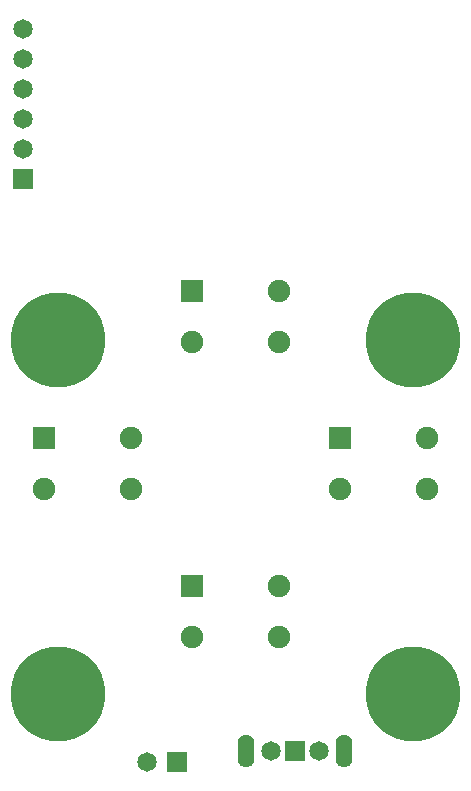
<source format=gbr>
G04 #@! TF.FileFunction,Soldermask,Bot*
%FSLAX46Y46*%
G04 Gerber Fmt 4.6, Leading zero omitted, Abs format (unit mm)*
G04 Created by KiCad (PCBNEW 4.0.2+dfsg1-stable) date Sun 24 Sep 2017 09:19:22 PM CDT*
%MOMM*%
G01*
G04 APERTURE LIST*
%ADD10C,0.100000*%
%ADD11C,1.651000*%
%ADD12R,1.651000X1.651000*%
%ADD13O,1.397000X2.794000*%
%ADD14R,1.905000X1.905000*%
%ADD15C,1.905000*%
%ADD16C,8.000000*%
G04 APERTURE END LIST*
D10*
D11*
X77038300Y-146837700D03*
X72974300Y-146837700D03*
D12*
X75006300Y-146837700D03*
D13*
X79171900Y-146837700D03*
X70840700Y-146837700D03*
D12*
X52000000Y-98350000D03*
D11*
X52000000Y-95810000D03*
X52000000Y-93270000D03*
X52000000Y-90730000D03*
X52000000Y-88190000D03*
X52000000Y-85650000D03*
D14*
X66317000Y-107841000D03*
D15*
X66317000Y-112159000D03*
X73683000Y-112159000D03*
X73683000Y-107841000D03*
D14*
X78817000Y-120341000D03*
D15*
X78817000Y-124659000D03*
X86183000Y-124659000D03*
X86183000Y-120341000D03*
D14*
X66317000Y-132841000D03*
D15*
X66317000Y-137159000D03*
X73683000Y-137159000D03*
X73683000Y-132841000D03*
D14*
X53817000Y-120341000D03*
D15*
X53817000Y-124659000D03*
X61183000Y-124659000D03*
X61183000Y-120341000D03*
D16*
X55000000Y-112000000D03*
X85000000Y-112000000D03*
X55000000Y-142000000D03*
X85000000Y-142000000D03*
D12*
X65001240Y-147774960D03*
D11*
X62461240Y-147774960D03*
M02*

</source>
